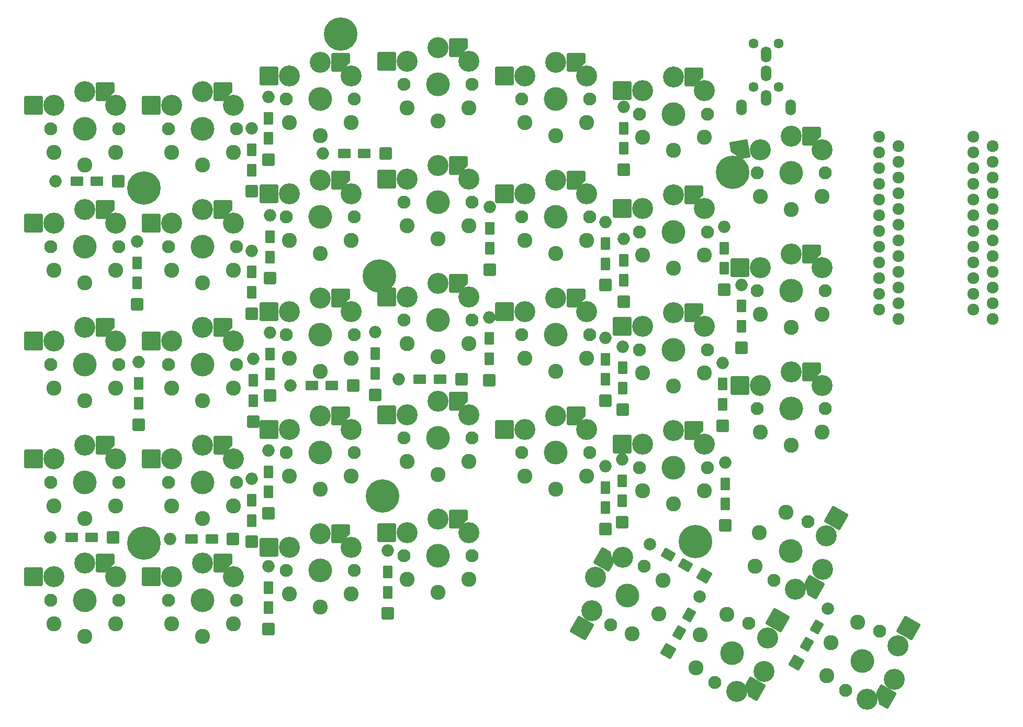
<source format=gbr>
%TF.GenerationSoftware,KiCad,Pcbnew,8.0.3*%
%TF.CreationDate,2024-07-25T04:43:43+09:00*%
%TF.ProjectId,ergodash,6572676f-6461-4736-982e-6b696361645f,2.0*%
%TF.SameCoordinates,Original*%
%TF.FileFunction,Soldermask,Top*%
%TF.FilePolarity,Negative*%
%FSLAX46Y46*%
G04 Gerber Fmt 4.6, Leading zero omitted, Abs format (unit mm)*
G04 Created by KiCad (PCBNEW 8.0.3) date 2024-07-25 04:43:43*
%MOMM*%
%LPD*%
G01*
G04 APERTURE LIST*
G04 Aperture macros list*
%AMRoundRect*
0 Rectangle with rounded corners*
0 $1 Rounding radius*
0 $2 $3 $4 $5 $6 $7 $8 $9 X,Y pos of 4 corners*
0 Add a 4 corners polygon primitive as box body*
4,1,4,$2,$3,$4,$5,$6,$7,$8,$9,$2,$3,0*
0 Add four circle primitives for the rounded corners*
1,1,$1+$1,$2,$3*
1,1,$1+$1,$4,$5*
1,1,$1+$1,$6,$7*
1,1,$1+$1,$8,$9*
0 Add four rect primitives between the rounded corners*
20,1,$1+$1,$2,$3,$4,$5,0*
20,1,$1+$1,$4,$5,$6,$7,0*
20,1,$1+$1,$6,$7,$8,$9,0*
20,1,$1+$1,$8,$9,$2,$3,0*%
%AMHorizOval*
0 Thick line with rounded ends*
0 $1 width*
0 $2 $3 position (X,Y) of the first rounded end (center of the circle)*
0 $4 $5 position (X,Y) of the second rounded end (center of the circle)*
0 Add line between two ends*
20,1,$1,$2,$3,$4,$5,0*
0 Add two circle primitives to create the rounded ends*
1,1,$1,$2,$3*
1,1,$1,$4,$5*%
%AMFreePoly0*
4,1,22,1.386777,1.480194,1.456366,1.424698,1.494986,1.344504,1.500000,1.300000,1.500000,0.000000,1.480194,-0.086777,1.441421,-0.141421,0.141421,-1.441421,0.066056,-1.488777,0.000000,-1.500000,-1.300000,-1.500000,-1.386777,-1.480194,-1.456366,-1.424698,-1.494986,-1.344504,-1.500000,-1.300000,-1.500000,1.300000,-1.480194,1.386777,-1.424698,1.456366,-1.344504,1.494986,-1.300000,1.500000,
1.300000,1.500000,1.386777,1.480194,1.386777,1.480194,$1*%
%AMFreePoly1*
4,1,22,1.386777,1.480194,1.456366,1.424698,1.494986,1.344504,1.500000,1.300000,1.500000,-1.300000,1.480194,-1.386777,1.424698,-1.456366,1.344504,-1.494986,1.300000,-1.500000,0.000000,-1.500000,-0.086777,-1.480194,-0.141421,-1.441421,-1.441421,-0.141421,-1.488777,-0.066056,-1.500000,0.000000,-1.500000,1.300000,-1.480194,1.386777,-1.424698,1.456366,-1.344504,1.494986,-1.300000,1.500000,
1.300000,1.500000,1.386777,1.480194,1.386777,1.480194,$1*%
%AMFreePoly2*
4,1,22,1.386777,1.480194,1.456366,1.424698,1.494986,1.344504,1.500000,1.300000,1.500000,-1.300000,1.480194,-1.386777,1.424698,-1.456366,1.344504,-1.494986,1.300000,-1.500000,-1.300000,-1.500000,-1.386777,-1.480194,-1.456366,-1.424698,-1.494986,-1.344504,-1.500000,-1.300000,-1.500000,0.000000,-1.480194,0.086777,-1.441421,0.141421,-0.141421,1.441421,-0.066056,1.488777,0.000000,1.500000,
1.300000,1.500000,1.386777,1.480194,1.386777,1.480194,$1*%
G04 Aperture macros list end*
%ADD10C,5.400000*%
%ADD11O,1.700000X2.600000*%
%ADD12C,1.610000*%
%ADD13C,1.924000*%
%ADD14RoundRect,0.200000X0.292820X-1.092820X1.092820X0.292820X-0.292820X1.092820X-1.092820X-0.292820X0*%
%ADD15RoundRect,0.200000X0.119615X-0.992820X0.919615X0.392820X-0.119615X0.992820X-0.919615X-0.392820X0*%
%ADD16HorizOval,2.000000X0.000000X0.000000X0.000000X0.000000X0*%
%ADD17C,2.101800*%
%ADD18C,3.400000*%
%ADD19C,3.829000*%
%ADD20C,2.432000*%
%ADD21FreePoly0,0.000000*%
%ADD22RoundRect,0.200000X-1.300000X-1.300000X1.300000X-1.300000X1.300000X1.300000X-1.300000X1.300000X0*%
%ADD23FreePoly1,10.000000*%
%ADD24FreePoly0,240.000000*%
%ADD25RoundRect,0.200000X-0.475833X1.775833X-1.775833X-0.475833X0.475833X-1.775833X1.775833X0.475833X0*%
%ADD26FreePoly0,60.000000*%
%ADD27RoundRect,0.200000X0.475833X-1.775833X1.775833X0.475833X-0.475833X1.775833X-1.775833X-0.475833X0*%
%ADD28RoundRect,0.200000X0.800000X0.800000X-0.800000X0.800000X-0.800000X-0.800000X0.800000X-0.800000X0*%
%ADD29RoundRect,0.200000X0.800000X0.600000X-0.800000X0.600000X-0.800000X-0.600000X0.800000X-0.600000X0*%
%ADD30O,2.000000X2.000000*%
%ADD31RoundRect,0.200000X0.800000X-0.800000X0.800000X0.800000X-0.800000X0.800000X-0.800000X-0.800000X0*%
%ADD32RoundRect,0.200000X0.600000X-0.800000X0.600000X0.800000X-0.600000X0.800000X-0.600000X-0.800000X0*%
%ADD33RoundRect,0.200000X1.092820X0.292820X-0.292820X1.092820X-1.092820X-0.292820X0.292820X-1.092820X0*%
%ADD34RoundRect,0.200000X0.992820X0.119615X-0.392820X0.919615X-0.992820X-0.119615X0.392820X-0.919615X0*%
%ADD35HorizOval,2.000000X0.000000X0.000000X0.000000X0.000000X0*%
%ADD36FreePoly2,180.000000*%
%ADD37RoundRect,0.200000X1.300000X1.300000X-1.300000X1.300000X-1.300000X-1.300000X1.300000X-1.300000X0*%
G04 APERTURE END LIST*
D10*
%TO.C,U1*%
X57892000Y61468000D03*
%TD*%
%TO.C,U2*%
X115042000Y78232000D03*
%TD*%
%TO.C,U4*%
X109073000Y18542000D03*
%TD*%
%TO.C,U5*%
X19792000Y75692000D03*
%TD*%
%TO.C,U7*%
X19792000Y18288000D03*
%TD*%
D11*
%TO.C,J1*%
X124500000Y88750000D03*
X116500000Y88750000D03*
X120500000Y94250000D03*
X120500000Y97250000D03*
X120500000Y90250000D03*
D12*
X118500000Y92050000D03*
X122500000Y92050000D03*
X118500000Y99050000D03*
X122500000Y99050000D03*
%TD*%
D10*
%TO.C,U8*%
X58400000Y25908000D03*
%TD*%
%TO.C,U9*%
X51669000Y100584000D03*
%TD*%
D13*
%TO.C,U3*%
X138830400Y83970000D03*
X138830400Y81430000D03*
X138830400Y78890000D03*
X138830400Y76350000D03*
X138830400Y73810000D03*
X138830400Y71270000D03*
X138830400Y68730000D03*
X138830400Y66190000D03*
X138830400Y63650000D03*
X138830400Y61110000D03*
X138830400Y58570000D03*
X138830400Y56030000D03*
X154070400Y56030000D03*
X154070400Y58570000D03*
X154070400Y61110000D03*
X154070400Y63650000D03*
X154070400Y66190000D03*
X154070400Y68730000D03*
X154070400Y71270000D03*
X154070400Y73810000D03*
X154070400Y76350000D03*
X154070400Y78890000D03*
X154070400Y81430000D03*
X154070400Y83970000D03*
%TD*%
D14*
%TO.C,D68*%
X125395000Y-1061000D03*
D15*
X127120000Y1926788D03*
X128750000Y4750030D03*
D16*
X130475000Y7737818D03*
%TD*%
D17*
%TO.C,SW5*%
X23817000Y85280500D03*
D18*
X24317000Y89030500D03*
X29317000Y91230500D03*
D19*
X29317000Y85280500D03*
D18*
X34317000Y89030500D03*
D17*
X34817000Y85280500D03*
D20*
X29317000Y79380500D03*
D21*
X32592000Y91230500D03*
D22*
X21042000Y89030500D03*
D20*
X24317000Y81480500D03*
X34317000Y81480500D03*
%TD*%
D17*
%TO.C,SW6*%
X23817000Y66230500D03*
D18*
X24317000Y69980500D03*
X29317000Y72180500D03*
D19*
X29317000Y66230500D03*
D18*
X34317000Y69980500D03*
D17*
X34817000Y66230500D03*
D20*
X29317000Y60330500D03*
D21*
X32592000Y72180500D03*
D22*
X21042000Y69980500D03*
D20*
X24317000Y62430500D03*
X34317000Y62430500D03*
%TD*%
D17*
%TO.C,SW7*%
X23817000Y47180500D03*
D18*
X24317000Y50930500D03*
X29317000Y53130500D03*
D19*
X29317000Y47180500D03*
D18*
X34317000Y50930500D03*
D17*
X34817000Y47180500D03*
D20*
X29317000Y41280500D03*
D21*
X32592000Y53130500D03*
D22*
X21042000Y50930500D03*
D20*
X24317000Y43380500D03*
X34317000Y43380500D03*
%TD*%
D17*
%TO.C,SW8*%
X23817000Y28130500D03*
D18*
X24317000Y31880500D03*
X29317000Y34080500D03*
D19*
X29317000Y28130500D03*
D18*
X34317000Y31880500D03*
D17*
X34817000Y28130500D03*
D20*
X29317000Y22230500D03*
D21*
X32592000Y34080500D03*
D22*
X21042000Y31880500D03*
D20*
X24317000Y24330500D03*
X34317000Y24330500D03*
%TD*%
D17*
%TO.C,SW12*%
X42867000Y32893000D03*
D18*
X43367000Y36643000D03*
X48367000Y38843000D03*
D19*
X48367000Y32893000D03*
D18*
X53367000Y36643000D03*
D17*
X53867000Y32893000D03*
D20*
X48367000Y26993000D03*
D21*
X51642000Y38843000D03*
D22*
X40092000Y36643000D03*
D20*
X43367000Y29093000D03*
X53367000Y29093000D03*
%TD*%
D17*
%TO.C,SW13*%
X61917000Y92424300D03*
D18*
X62417000Y96174300D03*
X67417000Y98374300D03*
D19*
X67417000Y92424300D03*
D18*
X72417000Y96174300D03*
D17*
X72917000Y92424300D03*
D20*
X67417000Y86524300D03*
D21*
X70692000Y98374300D03*
D22*
X59142000Y96174300D03*
D20*
X62417000Y88624300D03*
X72417000Y88624300D03*
%TD*%
D17*
%TO.C,SW14*%
X61917000Y73374300D03*
D18*
X62417000Y77124300D03*
X67417000Y79324300D03*
D19*
X67417000Y73374300D03*
D18*
X72417000Y77124300D03*
D17*
X72917000Y73374300D03*
D20*
X67417000Y67474300D03*
D21*
X70692000Y79324300D03*
D22*
X59142000Y77124300D03*
D20*
X62417000Y69574300D03*
X72417000Y69574300D03*
%TD*%
D17*
%TO.C,SW15*%
X61917000Y54324300D03*
D18*
X62417000Y58074300D03*
X67417000Y60274300D03*
D19*
X67417000Y54324300D03*
D18*
X72417000Y58074300D03*
D17*
X72917000Y54324300D03*
D20*
X67417000Y48424300D03*
D21*
X70692000Y60274300D03*
D22*
X59142000Y58074300D03*
D20*
X62417000Y50524300D03*
X72417000Y50524300D03*
%TD*%
D17*
%TO.C,SW16*%
X61917000Y35274300D03*
D18*
X62417000Y39024300D03*
X67417000Y41224300D03*
D19*
X67417000Y35274300D03*
D18*
X72417000Y39024300D03*
D17*
X72917000Y35274300D03*
D20*
X67417000Y29374300D03*
D21*
X70692000Y41224300D03*
D22*
X59142000Y39024300D03*
D20*
X62417000Y31474300D03*
X72417000Y31474300D03*
%TD*%
D17*
%TO.C,SW17*%
X80967000Y90043000D03*
D18*
X81467000Y93793000D03*
X86467000Y95993000D03*
D19*
X86467000Y90043000D03*
D18*
X91467000Y93793000D03*
D17*
X91967000Y90043000D03*
D20*
X86467000Y84143000D03*
D21*
X89742000Y95993000D03*
D22*
X78192000Y93793000D03*
D20*
X81467000Y86243000D03*
X91467000Y86243000D03*
%TD*%
D17*
%TO.C,SW18*%
X80967000Y70993000D03*
D18*
X81467000Y74743000D03*
X86467000Y76943000D03*
D19*
X86467000Y70993000D03*
D18*
X91467000Y74743000D03*
D17*
X91967000Y70993000D03*
D20*
X86467000Y65093000D03*
D21*
X89742000Y76943000D03*
D22*
X78192000Y74743000D03*
D20*
X81467000Y67193000D03*
X91467000Y67193000D03*
%TD*%
D17*
%TO.C,SW19*%
X80967000Y51943000D03*
D18*
X81467000Y55693000D03*
X86467000Y57893000D03*
D19*
X86467000Y51943000D03*
D18*
X91467000Y55693000D03*
D17*
X91967000Y51943000D03*
D20*
X86467000Y46043000D03*
D21*
X89742000Y57893000D03*
D22*
X78192000Y55693000D03*
D20*
X81467000Y48143000D03*
X91467000Y48143000D03*
%TD*%
D17*
%TO.C,SW20*%
X80967000Y32893000D03*
D18*
X81467000Y36643000D03*
X86467000Y38843000D03*
D19*
X86467000Y32893000D03*
D18*
X91467000Y36643000D03*
D17*
X91967000Y32893000D03*
D20*
X86467000Y26993000D03*
D21*
X89742000Y38843000D03*
D22*
X78192000Y36643000D03*
D20*
X81467000Y29093000D03*
X91467000Y29093000D03*
%TD*%
D17*
%TO.C,SW21*%
X100017000Y87661800D03*
D18*
X100517000Y91411800D03*
X105517000Y93611800D03*
D19*
X105517000Y87661800D03*
D18*
X110517000Y91411800D03*
D17*
X111017000Y87661800D03*
D20*
X105517000Y81761800D03*
D21*
X108792000Y93611800D03*
D22*
X97242000Y91411800D03*
D20*
X100517000Y83861800D03*
X110517000Y83861800D03*
%TD*%
D17*
%TO.C,SW25*%
X119067000Y78136800D03*
D18*
X119567000Y81886800D03*
X124567000Y84086800D03*
D19*
X124567000Y78136800D03*
D18*
X129567000Y81886800D03*
D17*
X130067000Y78136800D03*
D20*
X124567000Y72236800D03*
D21*
X127842000Y84086800D03*
D23*
X116292000Y81886800D03*
D20*
X119567000Y74336800D03*
X129567000Y74336800D03*
%TD*%
D17*
%TO.C,SW26*%
X119067000Y59086800D03*
D18*
X119567000Y62836800D03*
X124567000Y65036800D03*
D19*
X124567000Y59086800D03*
D18*
X129567000Y62836800D03*
D17*
X130067000Y59086800D03*
D20*
X124567000Y53186800D03*
D21*
X127842000Y65036800D03*
D22*
X116292000Y62836800D03*
D20*
X119567000Y55286800D03*
X129567000Y55286800D03*
%TD*%
D17*
%TO.C,SW27*%
X119067000Y40036800D03*
D18*
X119567000Y43786800D03*
X124567000Y45986800D03*
D19*
X124567000Y40036800D03*
D18*
X129567000Y43786800D03*
D17*
X130067000Y40036800D03*
D20*
X124567000Y34136800D03*
D21*
X127842000Y45986800D03*
D22*
X116292000Y43786800D03*
D20*
X119567000Y36236800D03*
X129567000Y36236800D03*
%TD*%
D17*
%TO.C,SW28*%
X127252000Y21788240D03*
D18*
X130249595Y19480227D03*
X129654851Y14050100D03*
D19*
X124502000Y17025100D03*
D18*
X125249595Y10819973D03*
D17*
X121752000Y12261960D03*
D20*
X119392450Y19975100D03*
D24*
X128017351Y11213867D03*
D25*
X131887095Y22316460D03*
D20*
X123711103Y23255227D03*
X118711103Y14594973D03*
%TD*%
D17*
%TO.C,SW31*%
X23817000Y9080500D03*
D18*
X24317000Y12830500D03*
X29317000Y15030500D03*
D19*
X29317000Y9080500D03*
D18*
X34317000Y12830500D03*
D17*
X34817000Y9080500D03*
D20*
X29317000Y3180500D03*
D21*
X32592000Y15030500D03*
D22*
X21042000Y12830500D03*
D20*
X24317000Y5280500D03*
X34317000Y5280500D03*
%TD*%
D17*
%TO.C,SW34*%
X95314000Y5067660D03*
D18*
X92316405Y7375673D03*
X92911149Y12805800D03*
D19*
X98064000Y9830800D03*
D18*
X97316405Y16035927D03*
D17*
X100814000Y14593940D03*
D20*
X103173550Y6880800D03*
D26*
X94548649Y15642033D03*
D27*
X90678905Y4539440D03*
D20*
X98854897Y3600673D03*
X103854897Y12260927D03*
%TD*%
D17*
%TO.C,SW35*%
X117727000Y5290240D03*
D18*
X120724595Y2982227D03*
X120129851Y-2447900D03*
D19*
X114977000Y527100D03*
D18*
X115724595Y-5678027D03*
D17*
X112227000Y-4236040D03*
D20*
X109867450Y3477100D03*
D24*
X118492351Y-5284133D03*
D25*
X122362095Y5818460D03*
D20*
X114186103Y6757227D03*
X109186103Y-1903027D03*
%TD*%
D17*
%TO.C,SW41*%
X138860000Y4033140D03*
D18*
X141857595Y1725127D03*
X141262851Y-3705000D03*
D19*
X136110000Y-730000D03*
D18*
X136857595Y-6935127D03*
D17*
X133360000Y-5493140D03*
D20*
X131000450Y2220000D03*
D24*
X139625351Y-6541233D03*
D25*
X143495095Y4561360D03*
D20*
X135319103Y5500127D03*
X130319103Y-3160127D03*
%TD*%
D28*
%TO.C,D1*%
X15700000Y76750000D03*
D29*
X12250000Y76750000D03*
X8990000Y76750000D03*
D30*
X5540000Y76750000D03*
%TD*%
D31*
%TO.C,D2*%
X18750000Y56900000D03*
D32*
X18750000Y60350000D03*
X18750000Y63610000D03*
D30*
X18750000Y67060000D03*
%TD*%
D31*
%TO.C,D3*%
X19000000Y37400000D03*
D32*
X19000000Y40850000D03*
X19000000Y44110000D03*
D30*
X19000000Y47560000D03*
%TD*%
D31*
%TO.C,D4*%
X37250000Y18500000D03*
D32*
X37250000Y21950000D03*
X37250000Y25210000D03*
D30*
X37250000Y28660000D03*
%TD*%
D31*
%TO.C,D5*%
X37250000Y75150000D03*
D32*
X37250000Y78600000D03*
X37250000Y81860000D03*
D30*
X37250000Y85310000D03*
%TD*%
D31*
%TO.C,D6*%
X37250000Y55400000D03*
D32*
X37250000Y58850000D03*
X37250000Y62110000D03*
D30*
X37250000Y65560000D03*
%TD*%
D31*
%TO.C,D7*%
X37500000Y37900000D03*
D32*
X37500000Y41350000D03*
X37500000Y44610000D03*
D30*
X37500000Y48060000D03*
%TD*%
D31*
%TO.C,D8*%
X39985000Y23114000D03*
D32*
X39985000Y26564000D03*
X39985000Y29824000D03*
D30*
X39985000Y33274000D03*
%TD*%
D31*
%TO.C,D9*%
X39985000Y80264000D03*
D32*
X39985000Y83714000D03*
X39985000Y86974000D03*
D30*
X39985000Y90424000D03*
%TD*%
D31*
%TO.C,D10*%
X40250000Y61087000D03*
D32*
X40250000Y64537000D03*
X40250000Y67797000D03*
D30*
X40250000Y71247000D03*
%TD*%
D31*
%TO.C,D11*%
X40250000Y42164000D03*
D32*
X40250000Y45614000D03*
X40250000Y48874000D03*
D30*
X40250000Y52324000D03*
%TD*%
D28*
%TO.C,D12*%
X53700000Y43750000D03*
D29*
X50250000Y43750000D03*
X46990000Y43750000D03*
D30*
X43540000Y43750000D03*
%TD*%
D28*
%TO.C,D13*%
X58950000Y81250000D03*
D29*
X55500000Y81250000D03*
X52240000Y81250000D03*
D30*
X48790000Y81250000D03*
%TD*%
D31*
%TO.C,D14*%
X75799000Y62484000D03*
D32*
X75799000Y65934000D03*
X75799000Y69194000D03*
D30*
X75799000Y72644000D03*
%TD*%
D28*
%TO.C,D16*%
X71200000Y44750000D03*
D29*
X67750000Y44750000D03*
X64490000Y44750000D03*
D30*
X61040000Y44750000D03*
%TD*%
D31*
%TO.C,D17*%
X97500000Y78650000D03*
D32*
X97500000Y82100000D03*
X97500000Y85360000D03*
D30*
X97500000Y88810000D03*
%TD*%
D31*
%TO.C,D19*%
X75750000Y44650000D03*
D32*
X75750000Y48100000D03*
X75750000Y51360000D03*
D30*
X75750000Y54810000D03*
%TD*%
D31*
%TO.C,D20*%
X94500000Y20550000D03*
D32*
X94500000Y24000000D03*
X94500000Y27260000D03*
D30*
X94500000Y30710000D03*
%TD*%
D31*
%TO.C,D21*%
X97500000Y57300000D03*
D32*
X97500000Y60750000D03*
X97500000Y64010000D03*
D30*
X97500000Y67460000D03*
%TD*%
D31*
%TO.C,D22*%
X94500000Y60000000D03*
D32*
X94500000Y63450000D03*
X94500000Y66710000D03*
D30*
X94500000Y70160000D03*
%TD*%
D31*
%TO.C,D23*%
X97262000Y39900000D03*
D32*
X97262000Y43350000D03*
X97262000Y46610000D03*
D30*
X97262000Y50060000D03*
%TD*%
D31*
%TO.C,D24*%
X97250000Y21650000D03*
D32*
X97250000Y25100000D03*
X97250000Y28360000D03*
D30*
X97250000Y31810000D03*
%TD*%
D31*
%TO.C,D25*%
X113750000Y59250000D03*
D32*
X113750000Y62700000D03*
X113750000Y65960000D03*
D30*
X113750000Y69410000D03*
%TD*%
D31*
%TO.C,D26*%
X116500000Y49900000D03*
D32*
X116500000Y53350000D03*
X116500000Y56610000D03*
D30*
X116500000Y60060000D03*
%TD*%
D31*
%TO.C,D27*%
X113500000Y37290000D03*
D32*
X113500000Y40740000D03*
X113500000Y44000000D03*
D30*
X113500000Y47450000D03*
%TD*%
D31*
%TO.C,D28*%
X113899000Y21150000D03*
D32*
X113899000Y24600000D03*
X113899000Y27860000D03*
D30*
X113899000Y31310000D03*
%TD*%
D28*
%TO.C,D29*%
X14850000Y19250000D03*
D29*
X11400000Y19250000D03*
X8140000Y19250000D03*
D30*
X4690000Y19250000D03*
%TD*%
D28*
%TO.C,D30*%
X34250000Y19000000D03*
D29*
X30800000Y19000000D03*
X27540000Y19000000D03*
D30*
X24090000Y19000000D03*
%TD*%
D31*
%TO.C,D31*%
X40000000Y4400000D03*
D32*
X40000000Y7850000D03*
X40000000Y11110000D03*
D30*
X40000000Y14560000D03*
%TD*%
D33*
%TO.C,D33*%
X110487800Y13025000D03*
D34*
X107500012Y14750000D03*
X104676770Y16380000D03*
D35*
X101688982Y18105000D03*
%TD*%
D14*
%TO.C,D34*%
X104700000Y833270D03*
D15*
X106425000Y3821058D03*
X108055000Y6644300D03*
D16*
X109780000Y9632088D03*
%TD*%
D31*
%TO.C,D32*%
X59250000Y6900000D03*
D32*
X59250000Y10350000D03*
X59250000Y13610000D03*
D30*
X59250000Y17060000D03*
%TD*%
D31*
%TO.C,D15*%
X57250000Y42250000D03*
D32*
X57250000Y45700000D03*
X57250000Y48960000D03*
D30*
X57250000Y52410000D03*
%TD*%
D31*
%TO.C,D18*%
X94500000Y41300000D03*
D32*
X94500000Y44750000D03*
X94500000Y48010000D03*
D30*
X94500000Y51460000D03*
%TD*%
D13*
%TO.C,U6*%
X157200400Y82470000D03*
X157200400Y79930000D03*
X157200400Y77390000D03*
X157200400Y74850000D03*
X157200400Y72310000D03*
X157200400Y69770000D03*
X157200400Y67230000D03*
X157200400Y64690000D03*
X157200400Y62150000D03*
X157200400Y59610000D03*
X157200400Y57070000D03*
X157200400Y54530000D03*
X141960400Y54530000D03*
X141960400Y57070000D03*
X141960400Y59610000D03*
X141960400Y62150000D03*
X141960400Y64690000D03*
X141960400Y67230000D03*
X141960400Y69770000D03*
X141960400Y72310000D03*
X141960400Y74850000D03*
X141960400Y77390000D03*
X141960400Y79930000D03*
X141960400Y82470000D03*
%TD*%
D17*
%TO.C,SW1*%
X15767000Y85280500D03*
D18*
X15267000Y89030500D03*
D19*
X10267000Y85280500D03*
D18*
X10267000Y91230500D03*
X5267000Y89030500D03*
D17*
X4767000Y85280500D03*
D36*
X13542000Y91230500D03*
D20*
X10267000Y79380500D03*
X15267000Y81480500D03*
X5267000Y81480500D03*
D37*
X1992000Y89030500D03*
%TD*%
D17*
%TO.C,SW2*%
X15767000Y66230500D03*
D18*
X15267000Y69980500D03*
D19*
X10267000Y66230500D03*
D18*
X10267000Y72180500D03*
X5267000Y69980500D03*
D17*
X4767000Y66230500D03*
D36*
X13542000Y72180500D03*
D20*
X10267000Y60330500D03*
X15267000Y62430500D03*
X5267000Y62430500D03*
D37*
X1992000Y69980500D03*
%TD*%
D17*
%TO.C,SW3*%
X15767000Y47180500D03*
D18*
X15267000Y50930500D03*
D19*
X10267000Y47180500D03*
D18*
X10267000Y53130500D03*
X5267000Y50930500D03*
D17*
X4767000Y47180500D03*
D36*
X13542000Y53130500D03*
D20*
X10267000Y41280500D03*
X15267000Y43380500D03*
X5267000Y43380500D03*
D37*
X1992000Y50930500D03*
%TD*%
D17*
%TO.C,SW4*%
X15767000Y28130500D03*
D18*
X15267000Y31880500D03*
D19*
X10267000Y28130500D03*
D18*
X10267000Y34080500D03*
X5267000Y31880500D03*
D17*
X4767000Y28130500D03*
D36*
X13542000Y34080500D03*
D20*
X10267000Y22230500D03*
X15267000Y24330500D03*
X5267000Y24330500D03*
D37*
X1992000Y31880500D03*
%TD*%
D17*
%TO.C,SW9*%
X53867000Y90043000D03*
D18*
X53367000Y93793000D03*
D19*
X48367000Y90043000D03*
D18*
X48367000Y95993000D03*
X43367000Y93793000D03*
D17*
X42867000Y90043000D03*
D36*
X51642000Y95993000D03*
D20*
X48367000Y84143000D03*
X53367000Y86243000D03*
X43367000Y86243000D03*
D37*
X40092000Y93793000D03*
%TD*%
D17*
%TO.C,SW10*%
X53867000Y70993000D03*
D18*
X53367000Y74743000D03*
D19*
X48367000Y70993000D03*
D18*
X48367000Y76943000D03*
X43367000Y74743000D03*
D17*
X42867000Y70993000D03*
D36*
X51642000Y76943000D03*
D20*
X48367000Y65093000D03*
X53367000Y67193000D03*
X43367000Y67193000D03*
D37*
X40092000Y74743000D03*
%TD*%
D17*
%TO.C,SW11*%
X53867000Y51943000D03*
D18*
X53367000Y55693000D03*
D19*
X48367000Y51943000D03*
D18*
X48367000Y57893000D03*
X43367000Y55693000D03*
D17*
X42867000Y51943000D03*
D36*
X51642000Y57893000D03*
D20*
X48367000Y46043000D03*
X53367000Y48143000D03*
X43367000Y48143000D03*
D37*
X40092000Y55693000D03*
%TD*%
D17*
%TO.C,SW22*%
X111017000Y68611800D03*
D18*
X110517000Y72361800D03*
D19*
X105517000Y68611800D03*
D18*
X105517000Y74561800D03*
X100517000Y72361800D03*
D17*
X100017000Y68611800D03*
D36*
X108792000Y74561800D03*
D20*
X105517000Y62711800D03*
X110517000Y64811800D03*
X100517000Y64811800D03*
D37*
X97242000Y72361800D03*
%TD*%
D17*
%TO.C,SW23*%
X111017000Y49561800D03*
D18*
X110517000Y53311800D03*
D19*
X105517000Y49561800D03*
D18*
X105517000Y55511800D03*
X100517000Y53311800D03*
D17*
X100017000Y49561800D03*
D36*
X108792000Y55511800D03*
D20*
X105517000Y43661800D03*
X110517000Y45761800D03*
X100517000Y45761800D03*
D37*
X97242000Y53311800D03*
%TD*%
D17*
%TO.C,SW24*%
X111017000Y30511800D03*
D18*
X110517000Y34261800D03*
D19*
X105517000Y30511800D03*
D18*
X105517000Y36461800D03*
X100517000Y34261800D03*
D17*
X100017000Y30511800D03*
D36*
X108792000Y36461800D03*
D20*
X105517000Y24611800D03*
X110517000Y26711800D03*
X100517000Y26711800D03*
D37*
X97242000Y34261800D03*
%TD*%
D17*
%TO.C,SW30*%
X15767000Y9080500D03*
D18*
X15267000Y12830500D03*
D19*
X10267000Y9080500D03*
D18*
X10267000Y15030500D03*
X5267000Y12830500D03*
D17*
X4767000Y9080500D03*
D36*
X13542000Y15030500D03*
D20*
X10267000Y3180500D03*
X15267000Y5280500D03*
X5267000Y5280500D03*
D37*
X1992000Y12830500D03*
%TD*%
D17*
%TO.C,SW32*%
X53867000Y13843000D03*
D18*
X53367000Y17593000D03*
D19*
X48367000Y13843000D03*
D18*
X48367000Y19793000D03*
X43367000Y17593000D03*
D17*
X42867000Y13843000D03*
D36*
X51642000Y19793000D03*
D20*
X48367000Y7943000D03*
X53367000Y10043000D03*
X43367000Y10043000D03*
D37*
X40092000Y17593000D03*
%TD*%
D17*
%TO.C,SW33*%
X72917000Y16224300D03*
D18*
X72417000Y19974300D03*
D19*
X67417000Y16224300D03*
D18*
X67417000Y22174300D03*
X62417000Y19974300D03*
D17*
X61917000Y16224300D03*
D36*
X70692000Y22174300D03*
D20*
X67417000Y10324300D03*
X72417000Y12424300D03*
X62417000Y12424300D03*
D37*
X59142000Y19974300D03*
%TD*%
M02*

</source>
